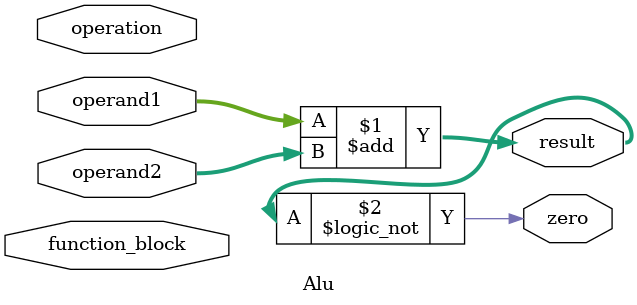
<source format=v>
module Alu #(parameter OPERAND_SIZE=32)(
    input [1:0] function_block,
    input [2:0] operation,
    input [OPERAND_SIZE-1:0] operand1,
    input [OPERAND_SIZE-1:0] operand2,
    output [OPERAND_SIZE-1:0] result,
    output zero);

    assign result = operand1 + operand2;

    assign zero = (result == 0);

endmodule

</source>
